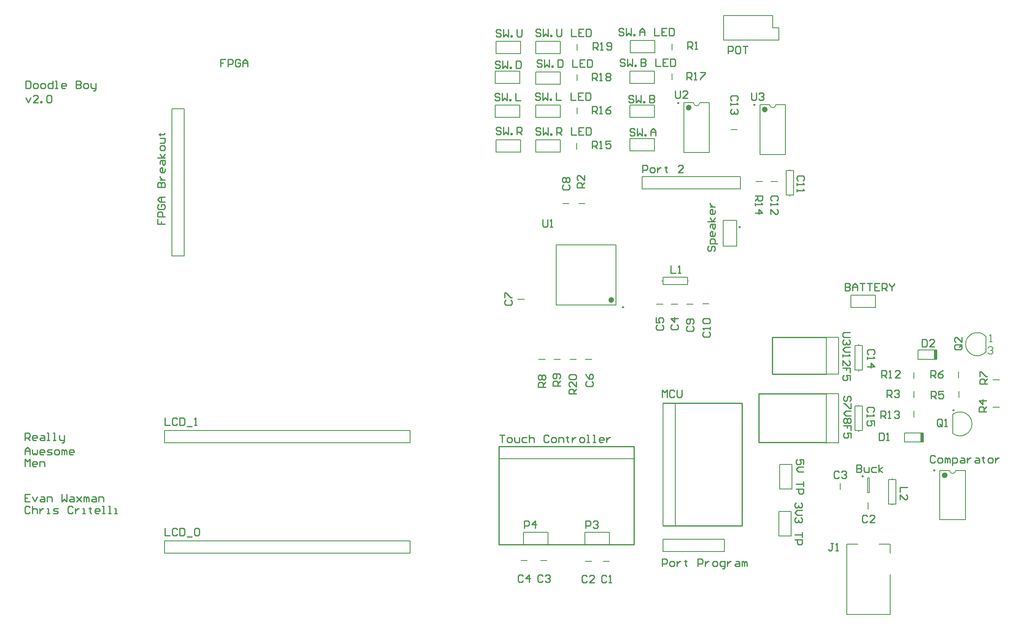
<source format=gto>
G04*
G04 #@! TF.GenerationSoftware,Altium Limited,Altium Designer,18.1.6 (161)*
G04*
G04 Layer_Color=65535*
%FSLAX25Y25*%
%MOIN*%
G70*
G01*
G75*
%ADD10C,0.00984*%
%ADD11C,0.00787*%
%ADD12C,0.02362*%
%ADD13C,0.01000*%
%ADD14C,0.00591*%
%ADD15R,0.03150X0.07480*%
D10*
X836063Y393000D02*
G03*
X836063Y393000I-492J0D01*
G01*
X936268Y189784D02*
G03*
X936268Y189784I-492J0D01*
G01*
X1010177Y243642D02*
G03*
X1010177Y243642I-492J0D01*
G01*
X994492Y194618D02*
G03*
X994492Y194618I-492J0D01*
G01*
X847992Y492618D02*
G03*
X847992Y492618I-492J0D01*
G01*
X785992Y494118D02*
G03*
X785992Y494118I-492J0D01*
G01*
X741012Y327622D02*
G03*
X741012Y327622I-492J0D01*
G01*
D11*
X1036088Y303749D02*
G03*
X1036088Y291251I-7088J-6249D01*
G01*
X1009095Y224705D02*
G03*
X1009095Y240295I5906J7795D01*
G01*
X1006500Y194579D02*
G03*
X1011500Y194579I2500J0D01*
G01*
X860000Y492776D02*
G03*
X865000Y492776I2500J0D01*
G01*
X798000Y494276D02*
G03*
X803000Y494276I2500J0D01*
G01*
X876500Y419000D02*
X879500D01*
Y439000D01*
X873500D02*
X879500D01*
X873500Y419000D02*
Y439000D01*
Y419000D02*
X876500D01*
Y439000D02*
Y439900D01*
Y418100D02*
Y419000D01*
X383000Y369500D02*
Y482000D01*
Y489500D01*
X373000D02*
X383000D01*
X373000Y369500D02*
Y489500D01*
Y369500D02*
X383000D01*
X821988Y377488D02*
Y398512D01*
X833012Y377488D02*
Y398512D01*
X821988Y377488D02*
X833012D01*
X821988Y398512D02*
X833012D01*
X861185Y430063D02*
X866303D01*
X848941Y430000D02*
X854059D01*
X828441Y472500D02*
X833559D01*
X926000Y337500D02*
X946000D01*
X926000Y327500D02*
Y337500D01*
Y327500D02*
X946000D01*
Y337500D01*
X773000Y128500D02*
Y138500D01*
X823000D01*
X773000Y128500D02*
X823000D01*
Y138500D01*
X704441Y412016D02*
X709559D01*
X697441Y285000D02*
X702559D01*
X724441Y120563D02*
X729559D01*
X709941D02*
X715059D01*
X673441Y121000D02*
X678559D01*
X657441Y121063D02*
X662559D01*
X374500Y137000D02*
X567000D01*
X367000D02*
X374500D01*
X367000Y127000D02*
Y137000D01*
Y127000D02*
X567000D01*
Y137000D01*
X374500Y227000D02*
X567000D01*
X367000D02*
X374500D01*
X367000Y217000D02*
Y227000D01*
Y217000D02*
X567000D01*
Y227000D01*
X639500Y204000D02*
Y214000D01*
X749500D01*
Y204000D02*
Y214000D01*
X742000Y204000D02*
X749500D01*
X639500D02*
X742000D01*
X659500Y134000D02*
X679500D01*
Y144000D01*
X659500D02*
X679500D01*
X659500Y134000D02*
Y144000D01*
X709500Y134000D02*
X729500D01*
Y144000D01*
X709500D02*
X729500D01*
X709500Y134000D02*
Y144000D01*
X932500Y276500D02*
X935500D01*
Y296500D01*
X929500D02*
X935500D01*
X929500Y276500D02*
Y296500D01*
Y276500D02*
X932500D01*
Y296500D02*
Y297400D01*
Y275600D02*
Y276500D01*
Y227000D02*
X935500D01*
Y247000D01*
X929500D02*
X935500D01*
X929500Y227000D02*
Y247000D01*
Y227000D02*
X932500D01*
Y247000D02*
Y247900D01*
Y226100D02*
Y227000D01*
X906000Y217000D02*
X916000D01*
X906000D02*
Y257000D01*
X916000Y217000D02*
Y257000D01*
X906000D02*
X916000D01*
X906000Y303000D02*
X916000D01*
Y273000D02*
Y303000D01*
X906000Y273000D02*
X916000D01*
X906000D02*
Y303000D01*
X941091Y176398D02*
Y188602D01*
X939909Y176398D02*
Y188602D01*
Y176398D02*
X941091D01*
X939909Y188602D02*
X941091D01*
X756000Y424000D02*
Y434000D01*
X836000D01*
Y424000D02*
Y434000D01*
X756000Y424000D02*
X836000D01*
X980823Y285260D02*
X996177D01*
X980823Y292740D02*
X996177D01*
X980823Y285260D02*
Y292740D01*
X671941Y285000D02*
X677059D01*
X969823Y217760D02*
X985177D01*
X969823Y225240D02*
X985177D01*
X969823Y217760D02*
Y225240D01*
X922783Y134543D02*
X931839D01*
X922783Y77063D02*
Y134543D01*
Y77063D02*
X958216D01*
X949161Y134543D02*
X958216D01*
Y127063D02*
Y134543D01*
Y77063D02*
Y109740D01*
X1036087Y291252D02*
Y303748D01*
X977563Y237941D02*
Y243059D01*
X977500Y253941D02*
Y259059D01*
Y269441D02*
Y274559D01*
X1009094Y224705D02*
Y240295D01*
X1014000Y253941D02*
Y259059D01*
X1041941Y268500D02*
X1047059D01*
X1041941Y246063D02*
X1047059D01*
X940287Y163181D02*
Y168299D01*
X684441Y285000D02*
X689559D01*
X1013937Y269941D02*
Y275059D01*
X998567Y154421D02*
Y194579D01*
X1019433Y154421D02*
Y194579D01*
X998567D02*
X1006500D01*
X1011500D02*
X1019433D01*
X998567Y154421D02*
X1019433D01*
X917500Y178941D02*
Y184059D01*
X793000Y349000D02*
X793900D01*
X772100D02*
X773000D01*
X793000Y346000D02*
Y349000D01*
X773000Y346000D02*
X793000D01*
X773000D02*
Y352000D01*
X793000D01*
Y349000D02*
Y352000D01*
X959724Y167240D02*
X962724D01*
Y187240D01*
X956724D02*
X962724D01*
X956724Y167240D02*
Y187240D01*
Y167240D02*
X959724D01*
Y187240D02*
Y188140D01*
Y166340D02*
Y167240D01*
X868000Y179500D02*
Y199500D01*
Y179500D02*
X878000D01*
Y199500D01*
X868000D02*
X878000D01*
X867500Y141000D02*
Y161000D01*
Y141000D02*
X877500D01*
Y161000D01*
X867500D02*
X877500D01*
X822500Y565500D02*
X862500D01*
Y555500D02*
Y565500D01*
Y555500D02*
X867500D01*
Y545500D02*
Y555500D01*
X822500Y545500D02*
X867500D01*
X822500D02*
Y565500D01*
X780437Y512941D02*
Y518059D01*
X780563Y537441D02*
Y542559D01*
X703063Y512441D02*
Y517559D01*
X702937Y456441D02*
Y461559D01*
X703000Y485323D02*
Y490441D01*
X746000Y510000D02*
X766000D01*
Y520000D01*
X746000D02*
X766000D01*
X746000Y510000D02*
Y520000D01*
X746500Y535000D02*
X766500D01*
Y545000D01*
X746500D02*
X766500D01*
X746500Y535000D02*
Y545000D01*
X669500Y454000D02*
X689500D01*
Y464000D01*
X669500D02*
X689500D01*
X669500Y454000D02*
Y464000D01*
X773000Y149500D02*
X783000D01*
X773000D02*
Y249500D01*
X783000D01*
Y242000D02*
Y249500D01*
Y149500D02*
Y242000D01*
X669500Y482500D02*
X689500D01*
Y492500D01*
X669500D02*
X689500D01*
X669500Y482500D02*
Y492500D01*
X703063Y536941D02*
Y542059D01*
X669500Y509500D02*
X689500D01*
Y519500D01*
X669500D02*
X689500D01*
X669500Y509500D02*
Y519500D01*
Y534500D02*
X689500D01*
Y544500D01*
X669500D02*
X689500D01*
X669500Y534500D02*
Y544500D01*
X746000Y455000D02*
X766000D01*
Y465000D01*
X746000D02*
X766000D01*
X746000Y455000D02*
Y465000D01*
Y482500D02*
X766000D01*
Y492500D01*
X746000D02*
X766000D01*
X746000Y482500D02*
Y492500D01*
X636500Y482500D02*
X656500D01*
Y492500D01*
X636500D02*
X656500D01*
X636500Y482500D02*
Y492500D01*
Y510000D02*
X656500D01*
Y520000D01*
X636500D02*
X656500D01*
X636500Y510000D02*
Y520000D01*
X637000Y454000D02*
X657000D01*
Y464000D01*
X637000D02*
X657000D01*
X637000Y454000D02*
Y464000D01*
Y534500D02*
X657000D01*
Y544500D01*
X637000D02*
X657000D01*
X637000Y534500D02*
Y544500D01*
X805441Y330437D02*
X810559D01*
X792441Y330063D02*
X797559D01*
X709941Y285000D02*
X715059D01*
X654941Y334000D02*
X660059D01*
X691441Y412079D02*
X696559D01*
X779941Y330000D02*
X785059D01*
X767941D02*
X773059D01*
X852067Y452224D02*
X872933D01*
X865000Y492776D02*
X872933D01*
X852067D02*
X860000D01*
X872933Y452224D02*
Y492776D01*
X852067Y452224D02*
Y492776D01*
X790067Y453724D02*
X810933D01*
X803000Y494276D02*
X810933D01*
X790067D02*
X798000D01*
X810933Y453724D02*
Y494276D01*
X790067Y453724D02*
Y494276D01*
X734909Y329590D02*
Y378409D01*
X686090Y329590D02*
Y378409D01*
Y329590D02*
X734909D01*
X686090Y378409D02*
X734909D01*
D12*
X1003685Y190642D02*
G03*
X1003685Y190642I-1181J0D01*
G01*
X857185Y488839D02*
G03*
X857185Y488839I-1181J0D01*
G01*
X795185Y490339D02*
G03*
X795185Y490339I-1181J0D01*
G01*
X732154Y333528D02*
G03*
X732154Y333528I-1181J0D01*
G01*
D13*
X862000Y273000D02*
X906000D01*
X862000D02*
Y303000D01*
X906000D01*
X905500Y217500D02*
X906000Y217000D01*
X851000Y217500D02*
X905500D01*
X851000D02*
Y257000D01*
X906000D01*
X639500Y134000D02*
Y214000D01*
X749500Y134000D02*
Y214000D01*
X639500Y134000D02*
X749500D01*
X639500Y214000D02*
X749500D01*
X773000Y249500D02*
X837500D01*
Y247500D02*
Y249500D01*
Y149500D02*
Y247500D01*
X773000Y149500D02*
X837500D01*
X254000Y512095D02*
Y506097D01*
X256999D01*
X257999Y507097D01*
Y511095D01*
X256999Y512095D01*
X254000D01*
X260998Y506097D02*
X262997D01*
X263997Y507097D01*
Y509096D01*
X262997Y510096D01*
X260998D01*
X259998Y509096D01*
Y507097D01*
X260998Y506097D01*
X266996D02*
X268995D01*
X269995Y507097D01*
Y509096D01*
X268995Y510096D01*
X266996D01*
X265996Y509096D01*
Y507097D01*
X266996Y506097D01*
X275993Y512095D02*
Y506097D01*
X272994D01*
X271994Y507097D01*
Y509096D01*
X272994Y510096D01*
X275993D01*
X277992Y506097D02*
X279992D01*
X278992D01*
Y512095D01*
X277992D01*
X285990Y506097D02*
X283990D01*
X282991Y507097D01*
Y509096D01*
X283990Y510096D01*
X285990D01*
X286989Y509096D01*
Y508096D01*
X282991D01*
X294987Y512095D02*
Y506097D01*
X297986D01*
X298985Y507097D01*
Y508096D01*
X297986Y509096D01*
X294987D01*
X297986D01*
X298985Y510096D01*
Y511095D01*
X297986Y512095D01*
X294987D01*
X301985Y506097D02*
X303984D01*
X304983Y507097D01*
Y509096D01*
X303984Y510096D01*
X301985D01*
X300985Y509096D01*
Y507097D01*
X301985Y506097D01*
X306983Y510096D02*
Y507097D01*
X307982Y506097D01*
X310982D01*
Y505097D01*
X309982Y504098D01*
X308982D01*
X310982Y506097D02*
Y510096D01*
X254000Y498499D02*
X255999Y494500D01*
X257999Y498499D01*
X263997Y494500D02*
X259998D01*
X263997Y498499D01*
Y499498D01*
X262997Y500498D01*
X260998D01*
X259998Y499498D01*
X265996Y494500D02*
Y495500D01*
X266996D01*
Y494500D01*
X265996D01*
X270994Y499498D02*
X271994Y500498D01*
X273993D01*
X274993Y499498D01*
Y495500D01*
X273993Y494500D01*
X271994D01*
X270994Y495500D01*
Y499498D01*
X253500Y219085D02*
Y225083D01*
X256499D01*
X257499Y224084D01*
Y222084D01*
X256499Y221085D01*
X253500D01*
X255499D02*
X257499Y219085D01*
X262497D02*
X260498D01*
X259498Y220085D01*
Y222084D01*
X260498Y223084D01*
X262497D01*
X263497Y222084D01*
Y221085D01*
X259498D01*
X266496Y223084D02*
X268495D01*
X269495Y222084D01*
Y219085D01*
X266496D01*
X265496Y220085D01*
X266496Y221085D01*
X269495D01*
X271494Y219085D02*
X273494D01*
X272494D01*
Y225083D01*
X271494D01*
X276493Y219085D02*
X278492D01*
X277492D01*
Y225083D01*
X276493D01*
X281491Y223084D02*
Y220085D01*
X282491Y219085D01*
X285490D01*
Y218086D01*
X284490Y217086D01*
X283490D01*
X285490Y219085D02*
Y223084D01*
X253500Y207488D02*
Y211487D01*
X255499Y213486D01*
X257499Y211487D01*
Y207488D01*
Y210487D01*
X253500D01*
X259498Y211487D02*
Y208488D01*
X260498Y207488D01*
X261497Y208488D01*
X262497Y207488D01*
X263497Y208488D01*
Y211487D01*
X268495Y207488D02*
X266496D01*
X265496Y208488D01*
Y210487D01*
X266496Y211487D01*
X268495D01*
X269495Y210487D01*
Y209488D01*
X265496D01*
X271494Y207488D02*
X274493D01*
X275493Y208488D01*
X274493Y209488D01*
X272494D01*
X271494Y210487D01*
X272494Y211487D01*
X275493D01*
X278492Y207488D02*
X280491D01*
X281491Y208488D01*
Y210487D01*
X280491Y211487D01*
X278492D01*
X277492Y210487D01*
Y208488D01*
X278492Y207488D01*
X283490D02*
Y211487D01*
X284490D01*
X285490Y210487D01*
Y207488D01*
Y210487D01*
X286489Y211487D01*
X287489Y210487D01*
Y207488D01*
X292487D02*
X290488D01*
X289488Y208488D01*
Y210487D01*
X290488Y211487D01*
X292487D01*
X293487Y210487D01*
Y209488D01*
X289488D01*
X253500Y197891D02*
Y203889D01*
X255499Y201889D01*
X257499Y203889D01*
Y197891D01*
X262497D02*
X260498D01*
X259498Y198890D01*
Y200890D01*
X260498Y201889D01*
X262497D01*
X263497Y200890D01*
Y199890D01*
X259498D01*
X265496Y197891D02*
Y201889D01*
X268495D01*
X269495Y200890D01*
Y197891D01*
X257499Y175096D02*
X253500D01*
Y169098D01*
X257499D01*
X253500Y172097D02*
X255499D01*
X259498Y173096D02*
X261497Y169098D01*
X263497Y173096D01*
X266496D02*
X268495D01*
X269495Y172097D01*
Y169098D01*
X266496D01*
X265496Y170097D01*
X266496Y171097D01*
X269495D01*
X271494Y169098D02*
Y173096D01*
X274493D01*
X275493Y172097D01*
Y169098D01*
X283490Y175096D02*
Y169098D01*
X285490Y171097D01*
X287489Y169098D01*
Y175096D01*
X290488Y173096D02*
X292487D01*
X293487Y172097D01*
Y169098D01*
X290488D01*
X289488Y170097D01*
X290488Y171097D01*
X293487D01*
X295486Y173096D02*
X299485Y169098D01*
X297486Y171097D01*
X299485Y173096D01*
X295486Y169098D01*
X301484D02*
Y173096D01*
X302484D01*
X303484Y172097D01*
Y169098D01*
Y172097D01*
X304484Y173096D01*
X305483Y172097D01*
Y169098D01*
X308482Y173096D02*
X310482D01*
X311481Y172097D01*
Y169098D01*
X308482D01*
X307483Y170097D01*
X308482Y171097D01*
X311481D01*
X313481Y169098D02*
Y173096D01*
X316480D01*
X317479Y172097D01*
Y169098D01*
X257499Y164498D02*
X256499Y165498D01*
X254500D01*
X253500Y164498D01*
Y160500D01*
X254500Y159500D01*
X256499D01*
X257499Y160500D01*
X259498Y165498D02*
Y159500D01*
Y162499D01*
X260498Y163499D01*
X262497D01*
X263497Y162499D01*
Y159500D01*
X265496Y163499D02*
Y159500D01*
Y161499D01*
X266496Y162499D01*
X267495Y163499D01*
X268495D01*
X271494Y159500D02*
X273494D01*
X272494D01*
Y163499D01*
X271494D01*
X276493Y159500D02*
X279492D01*
X280491Y160500D01*
X279492Y161499D01*
X277492D01*
X276493Y162499D01*
X277492Y163499D01*
X280491D01*
X292487Y164498D02*
X291488Y165498D01*
X289488D01*
X288489Y164498D01*
Y160500D01*
X289488Y159500D01*
X291488D01*
X292487Y160500D01*
X294487Y163499D02*
Y159500D01*
Y161499D01*
X295486Y162499D01*
X296486Y163499D01*
X297486D01*
X300485Y159500D02*
X302484D01*
X301484D01*
Y163499D01*
X300485D01*
X306483Y164498D02*
Y163499D01*
X305483D01*
X307483D01*
X306483D01*
Y160500D01*
X307483Y159500D01*
X313481D02*
X311481D01*
X310482Y160500D01*
Y162499D01*
X311481Y163499D01*
X313481D01*
X314480Y162499D01*
Y161499D01*
X310482D01*
X316480Y159500D02*
X318479D01*
X317479D01*
Y165498D01*
X316480D01*
X321478Y159500D02*
X323477D01*
X322478D01*
Y165498D01*
X321478D01*
X326476Y159500D02*
X328476D01*
X327476D01*
Y163499D01*
X326476D01*
X361502Y399499D02*
Y395500D01*
X364501D01*
Y397499D01*
Y395500D01*
X367500D01*
Y401498D02*
X361502D01*
Y404497D01*
X362502Y405497D01*
X364501D01*
X365501Y404497D01*
Y401498D01*
X362502Y411495D02*
X361502Y410495D01*
Y408496D01*
X362502Y407496D01*
X366500D01*
X367500Y408496D01*
Y410495D01*
X366500Y411495D01*
X364501D01*
Y409495D01*
X367500Y413494D02*
X363501D01*
X361502Y415493D01*
X363501Y417493D01*
X367500D01*
X364501D01*
Y413494D01*
X361502Y425490D02*
X367500D01*
Y428489D01*
X366500Y429489D01*
X365501D01*
X364501Y428489D01*
Y425490D01*
Y428489D01*
X363501Y429489D01*
X362502D01*
X361502Y428489D01*
Y425490D01*
X363501Y431488D02*
X367500D01*
X365501D01*
X364501Y432488D01*
X363501Y433488D01*
Y434487D01*
X367500Y440485D02*
Y438486D01*
X366500Y437486D01*
X364501D01*
X363501Y438486D01*
Y440485D01*
X364501Y441485D01*
X365501D01*
Y437486D01*
X363501Y444484D02*
Y446484D01*
X364501Y447483D01*
X367500D01*
Y444484D01*
X366500Y443484D01*
X365501Y444484D01*
Y447483D01*
X367500Y449482D02*
X361502D01*
X365501D02*
X363501Y452482D01*
X365501Y449482D02*
X367500Y452482D01*
Y456480D02*
Y458480D01*
X366500Y459479D01*
X364501D01*
X363501Y458480D01*
Y456480D01*
X364501Y455481D01*
X366500D01*
X367500Y456480D01*
X363501Y461479D02*
X366500D01*
X367500Y462478D01*
Y465477D01*
X363501D01*
X362502Y468476D02*
X363501D01*
Y467477D01*
Y469476D01*
Y468476D01*
X366500D01*
X367500Y469476D01*
X756600Y437400D02*
Y443398D01*
X759599D01*
X760599Y442398D01*
Y440399D01*
X759599Y439399D01*
X756600D01*
X763598Y437400D02*
X765597D01*
X766597Y438400D01*
Y440399D01*
X765597Y441399D01*
X763598D01*
X762598Y440399D01*
Y438400D01*
X763598Y437400D01*
X768596Y441399D02*
Y437400D01*
Y439399D01*
X769596Y440399D01*
X770596Y441399D01*
X771595D01*
X775594Y442398D02*
Y441399D01*
X774594D01*
X776593D01*
X775594D01*
Y438400D01*
X776593Y437400D01*
X789589D02*
X785591D01*
X789589Y441399D01*
Y442398D01*
X788590Y443398D01*
X786590D01*
X785591Y442398D01*
X944498Y289001D02*
X945498Y290001D01*
Y292000D01*
X944498Y293000D01*
X940500D01*
X939500Y292000D01*
Y290001D01*
X940500Y289001D01*
X939500Y287002D02*
Y285003D01*
Y286002D01*
X945498D01*
X944498Y287002D01*
X939500Y279005D02*
X945498D01*
X942499Y282004D01*
Y278005D01*
X943998Y242001D02*
X944998Y243001D01*
Y245000D01*
X943998Y246000D01*
X940000D01*
X939000Y245000D01*
Y243001D01*
X940000Y242001D01*
X939000Y240002D02*
Y238003D01*
Y239002D01*
X944998D01*
X943998Y240002D01*
X944998Y231005D02*
Y235004D01*
X941999D01*
X942999Y233004D01*
Y232004D01*
X941999Y231005D01*
X940000D01*
X939000Y232004D01*
Y234004D01*
X940000Y235004D01*
X925498Y307000D02*
X920500D01*
X919500Y306000D01*
Y304001D01*
X920500Y303001D01*
X925498D01*
X924498Y301002D02*
X925498Y300002D01*
Y298003D01*
X924498Y297003D01*
X923499D01*
X922499Y298003D01*
Y299003D01*
Y298003D01*
X921499Y297003D01*
X920500D01*
X919500Y298003D01*
Y300002D01*
X920500Y301002D01*
X925498Y295004D02*
X921499D01*
X919500Y293004D01*
X921499Y291005D01*
X925498D01*
X919500Y289006D02*
Y287006D01*
Y288006D01*
X925498D01*
X924498Y289006D01*
X919500Y280009D02*
Y284007D01*
X923499Y280009D01*
X924498D01*
X925498Y281008D01*
Y283008D01*
X924498Y284007D01*
X925498Y274011D02*
Y278009D01*
X922499D01*
Y276010D01*
Y278009D01*
X919500D01*
X925498Y268013D02*
Y272011D01*
X922499D01*
X923499Y270012D01*
Y269012D01*
X922499Y268013D01*
X920500D01*
X919500Y269012D01*
Y271012D01*
X920500Y272011D01*
X925164Y251001D02*
X926163Y252001D01*
Y254000D01*
X925164Y255000D01*
X924164D01*
X923164Y254000D01*
Y252001D01*
X922165Y251001D01*
X921165D01*
X920165Y252001D01*
Y254000D01*
X921165Y255000D01*
X926163Y249002D02*
Y245003D01*
X925164D01*
X921165Y249002D01*
X920165D01*
X926163Y243004D02*
X922165D01*
X920165Y241004D01*
X922165Y239005D01*
X926163D01*
X925164Y237006D02*
X926163Y236006D01*
Y234007D01*
X925164Y233007D01*
X924164D01*
X923164Y234007D01*
X922165Y233007D01*
X921165D01*
X920165Y234007D01*
Y236006D01*
X921165Y237006D01*
X922165D01*
X923164Y236006D01*
X924164Y237006D01*
X925164D01*
X923164Y236006D02*
Y234007D01*
X926163Y227009D02*
Y231008D01*
X923164D01*
Y229008D01*
Y231008D01*
X920165D01*
X926163Y221011D02*
Y225010D01*
X923164D01*
X924164Y223010D01*
Y222011D01*
X923164Y221011D01*
X921165D01*
X920165Y222011D01*
Y224010D01*
X921165Y225010D01*
X930724Y199238D02*
Y193240D01*
X933723D01*
X934723Y194240D01*
Y195239D01*
X933723Y196239D01*
X930724D01*
X933723D01*
X934723Y197239D01*
Y198239D01*
X933723Y199238D01*
X930724D01*
X936722Y197239D02*
Y194240D01*
X937722Y193240D01*
X940721D01*
Y197239D01*
X946719D02*
X943720D01*
X942721Y196239D01*
Y194240D01*
X943720Y193240D01*
X946719D01*
X948719D02*
Y199238D01*
Y195239D02*
X951718Y197239D01*
X948719Y195239D02*
X951718Y193240D01*
X702500Y256937D02*
X696502D01*
Y259936D01*
X697502Y260936D01*
X699501D01*
X700501Y259936D01*
Y256937D01*
Y258936D02*
X702500Y260936D01*
Y266934D02*
Y262935D01*
X698501Y266934D01*
X697502D01*
X696502Y265934D01*
Y263935D01*
X697502Y262935D01*
Y268933D02*
X696502Y269933D01*
Y271932D01*
X697502Y272932D01*
X701500D01*
X702500Y271932D01*
Y269933D01*
X701500Y268933D01*
X697502D01*
X416751Y529790D02*
X412752D01*
Y526791D01*
X414751D01*
X412752D01*
Y523792D01*
X418750D02*
Y529790D01*
X421749D01*
X422749Y528791D01*
Y526791D01*
X421749Y525792D01*
X418750D01*
X428747Y528791D02*
X427747Y529790D01*
X425748D01*
X424748Y528791D01*
Y524792D01*
X425748Y523792D01*
X427747D01*
X428747Y524792D01*
Y526791D01*
X426748D01*
X430746Y523792D02*
Y527791D01*
X432746Y529790D01*
X434745Y527791D01*
Y523792D01*
Y526791D01*
X430746D01*
X640999Y552998D02*
X639999Y553998D01*
X638000D01*
X637000Y552998D01*
Y551999D01*
X638000Y550999D01*
X639999D01*
X640999Y549999D01*
Y549000D01*
X639999Y548000D01*
X638000D01*
X637000Y549000D01*
X642998Y553998D02*
Y548000D01*
X644997Y549999D01*
X646997Y548000D01*
Y553998D01*
X648996Y548000D02*
Y549000D01*
X649996D01*
Y548000D01*
X648996D01*
X653995Y553998D02*
Y549000D01*
X654994Y548000D01*
X656993D01*
X657993Y549000D01*
Y553998D01*
X673499Y553498D02*
X672499Y554498D01*
X670500D01*
X669500Y553498D01*
Y552499D01*
X670500Y551499D01*
X672499D01*
X673499Y550499D01*
Y549500D01*
X672499Y548500D01*
X670500D01*
X669500Y549500D01*
X675498Y554498D02*
Y548500D01*
X677497Y550499D01*
X679497Y548500D01*
Y554498D01*
X681496Y548500D02*
Y549500D01*
X682496D01*
Y548500D01*
X681496D01*
X686494Y554498D02*
Y549500D01*
X687494Y548500D01*
X689494D01*
X690493Y549500D01*
Y554498D01*
X698491D02*
Y548500D01*
X702489D01*
X708487Y554498D02*
X704489D01*
Y548500D01*
X708487D01*
X704489Y551499D02*
X706488D01*
X710487Y554498D02*
Y548500D01*
X713486D01*
X714486Y549500D01*
Y553498D01*
X713486Y554498D01*
X710487D01*
X640999Y473498D02*
X639999Y474498D01*
X638000D01*
X637000Y473498D01*
Y472499D01*
X638000Y471499D01*
X639999D01*
X640999Y470499D01*
Y469500D01*
X639999Y468500D01*
X638000D01*
X637000Y469500D01*
X642998Y474498D02*
Y468500D01*
X644997Y470499D01*
X646997Y468500D01*
Y474498D01*
X648996Y468500D02*
Y469500D01*
X649996D01*
Y468500D01*
X648996D01*
X653995D02*
Y474498D01*
X656993D01*
X657993Y473498D01*
Y471499D01*
X656993Y470499D01*
X653995D01*
X655994D02*
X657993Y468500D01*
X673499Y472998D02*
X672499Y473998D01*
X670500D01*
X669500Y472998D01*
Y471999D01*
X670500Y470999D01*
X672499D01*
X673499Y469999D01*
Y469000D01*
X672499Y468000D01*
X670500D01*
X669500Y469000D01*
X675498Y473998D02*
Y468000D01*
X677497Y469999D01*
X679497Y468000D01*
Y473998D01*
X681496Y468000D02*
Y469000D01*
X682496D01*
Y468000D01*
X681496D01*
X686494D02*
Y473998D01*
X689494D01*
X690493Y472998D01*
Y470999D01*
X689494Y469999D01*
X686494D01*
X688494D02*
X690493Y468000D01*
X698491Y473998D02*
Y468000D01*
X702489D01*
X708487Y473998D02*
X704489D01*
Y468000D01*
X708487D01*
X704489Y470999D02*
X706488D01*
X710487Y473998D02*
Y468000D01*
X713486D01*
X714486Y469000D01*
Y472998D01*
X713486Y473998D01*
X710487D01*
X639999Y500998D02*
X638999Y501998D01*
X637000D01*
X636000Y500998D01*
Y499999D01*
X637000Y498999D01*
X638999D01*
X639999Y497999D01*
Y497000D01*
X638999Y496000D01*
X637000D01*
X636000Y497000D01*
X641998Y501998D02*
Y496000D01*
X643997Y497999D01*
X645997Y496000D01*
Y501998D01*
X647996Y496000D02*
Y497000D01*
X648996D01*
Y496000D01*
X647996D01*
X652994Y501998D02*
Y496000D01*
X656993D01*
X672999Y501498D02*
X671999Y502498D01*
X670000D01*
X669000Y501498D01*
Y500499D01*
X670000Y499499D01*
X671999D01*
X672999Y498499D01*
Y497500D01*
X671999Y496500D01*
X670000D01*
X669000Y497500D01*
X674998Y502498D02*
Y496500D01*
X676997Y498499D01*
X678997Y496500D01*
Y502498D01*
X680996Y496500D02*
Y497500D01*
X681996D01*
Y496500D01*
X680996D01*
X685994Y502498D02*
Y496500D01*
X689993D01*
X697991Y502498D02*
Y496500D01*
X701989D01*
X707987Y502498D02*
X703989D01*
Y496500D01*
X707987D01*
X703989Y499499D02*
X705988D01*
X709987Y502498D02*
Y496500D01*
X712986D01*
X713985Y497500D01*
Y501498D01*
X712986Y502498D01*
X709987D01*
X640499Y527498D02*
X639499Y528498D01*
X637500D01*
X636500Y527498D01*
Y526499D01*
X637500Y525499D01*
X639499D01*
X640499Y524499D01*
Y523500D01*
X639499Y522500D01*
X637500D01*
X636500Y523500D01*
X642498Y528498D02*
Y522500D01*
X644497Y524499D01*
X646497Y522500D01*
Y528498D01*
X648496Y522500D02*
Y523500D01*
X649496D01*
Y522500D01*
X648496D01*
X653495Y528498D02*
Y522500D01*
X656494D01*
X657493Y523500D01*
Y527498D01*
X656494Y528498D01*
X653495D01*
X674499Y528498D02*
X673499Y529498D01*
X671500D01*
X670500Y528498D01*
Y527499D01*
X671500Y526499D01*
X673499D01*
X674499Y525499D01*
Y524500D01*
X673499Y523500D01*
X671500D01*
X670500Y524500D01*
X676498Y529498D02*
Y523500D01*
X678497Y525499D01*
X680497Y523500D01*
Y529498D01*
X682496Y523500D02*
Y524500D01*
X683496D01*
Y523500D01*
X682496D01*
X687495Y529498D02*
Y523500D01*
X690493D01*
X691493Y524500D01*
Y528498D01*
X690493Y529498D01*
X687495D01*
X699491D02*
Y523500D01*
X703489D01*
X709487Y529498D02*
X705489D01*
Y523500D01*
X709487D01*
X705489Y526499D02*
X707488D01*
X711487Y529498D02*
Y523500D01*
X714486D01*
X715485Y524500D01*
Y528498D01*
X714486Y529498D01*
X711487D01*
X748999Y499498D02*
X747999Y500498D01*
X746000D01*
X745000Y499498D01*
Y498499D01*
X746000Y497499D01*
X747999D01*
X748999Y496499D01*
Y495500D01*
X747999Y494500D01*
X746000D01*
X745000Y495500D01*
X750998Y500498D02*
Y494500D01*
X752997Y496499D01*
X754997Y494500D01*
Y500498D01*
X756996Y494500D02*
Y495500D01*
X757996D01*
Y494500D01*
X756996D01*
X761995Y500498D02*
Y494500D01*
X764993D01*
X765993Y495500D01*
Y496499D01*
X764993Y497499D01*
X761995D01*
X764993D01*
X765993Y498499D01*
Y499498D01*
X764993Y500498D01*
X761995D01*
X741999Y528998D02*
X740999Y529998D01*
X739000D01*
X738000Y528998D01*
Y527999D01*
X739000Y526999D01*
X740999D01*
X741999Y525999D01*
Y525000D01*
X740999Y524000D01*
X739000D01*
X738000Y525000D01*
X743998Y529998D02*
Y524000D01*
X745997Y525999D01*
X747997Y524000D01*
Y529998D01*
X749996Y524000D02*
Y525000D01*
X750996D01*
Y524000D01*
X749996D01*
X754994Y529998D02*
Y524000D01*
X757994D01*
X758993Y525000D01*
Y525999D01*
X757994Y526999D01*
X754994D01*
X757994D01*
X758993Y527999D01*
Y528998D01*
X757994Y529998D01*
X754994D01*
X766991D02*
Y524000D01*
X770989D01*
X776987Y529998D02*
X772989D01*
Y524000D01*
X776987D01*
X772989Y526999D02*
X774988D01*
X778987Y529998D02*
Y524000D01*
X781986D01*
X782985Y525000D01*
Y528998D01*
X781986Y529998D01*
X778987D01*
X749999Y472498D02*
X748999Y473498D01*
X747000D01*
X746000Y472498D01*
Y471499D01*
X747000Y470499D01*
X748999D01*
X749999Y469499D01*
Y468500D01*
X748999Y467500D01*
X747000D01*
X746000Y468500D01*
X751998Y473498D02*
Y467500D01*
X753997Y469499D01*
X755997Y467500D01*
Y473498D01*
X757996Y467500D02*
Y468500D01*
X758996D01*
Y467500D01*
X757996D01*
X762994D02*
Y471499D01*
X764994Y473498D01*
X766993Y471499D01*
Y467500D01*
Y470499D01*
X762994D01*
X740999Y553998D02*
X739999Y554998D01*
X738000D01*
X737000Y553998D01*
Y552999D01*
X738000Y551999D01*
X739999D01*
X740999Y550999D01*
Y550000D01*
X739999Y549000D01*
X738000D01*
X737000Y550000D01*
X742998Y554998D02*
Y549000D01*
X744997Y550999D01*
X746997Y549000D01*
Y554998D01*
X748996Y549000D02*
Y550000D01*
X749996D01*
Y549000D01*
X748996D01*
X753995D02*
Y552999D01*
X755994Y554998D01*
X757993Y552999D01*
Y549000D01*
Y551999D01*
X753995D01*
X765991Y554998D02*
Y549000D01*
X769989D01*
X775987Y554998D02*
X771989D01*
Y549000D01*
X775987D01*
X771989Y551999D02*
X773988D01*
X777987Y554998D02*
Y549000D01*
X780986D01*
X781986Y550000D01*
Y553998D01*
X780986Y554998D01*
X777987D01*
X716126Y537500D02*
Y543498D01*
X719125D01*
X720125Y542498D01*
Y540499D01*
X719125Y539499D01*
X716126D01*
X718125D02*
X720125Y537500D01*
X722124D02*
X724123D01*
X723124D01*
Y543498D01*
X722124Y542498D01*
X727122Y538500D02*
X728122Y537500D01*
X730122D01*
X731121Y538500D01*
Y542498D01*
X730122Y543498D01*
X728122D01*
X727122Y542498D01*
Y541499D01*
X728122Y540499D01*
X731121D01*
X715563Y512500D02*
Y518498D01*
X718562D01*
X719562Y517498D01*
Y515499D01*
X718562Y514499D01*
X715563D01*
X717562D02*
X719562Y512500D01*
X721561D02*
X723560D01*
X722561D01*
Y518498D01*
X721561Y517498D01*
X726559D02*
X727559Y518498D01*
X729559D01*
X730558Y517498D01*
Y516499D01*
X729559Y515499D01*
X730558Y514499D01*
Y513500D01*
X729559Y512500D01*
X727559D01*
X726559Y513500D01*
Y514499D01*
X727559Y515499D01*
X726559Y516499D01*
Y517498D01*
X727559Y515499D02*
X729559D01*
X792500Y513000D02*
Y518998D01*
X795499D01*
X796499Y517998D01*
Y515999D01*
X795499Y514999D01*
X792500D01*
X794499D02*
X796499Y513000D01*
X798498D02*
X800497D01*
X799498D01*
Y518998D01*
X798498Y517998D01*
X803496Y518998D02*
X807495D01*
Y517998D01*
X803496Y514000D01*
Y513000D01*
X715500Y485382D02*
Y491380D01*
X718499D01*
X719499Y490380D01*
Y488381D01*
X718499Y487381D01*
X715500D01*
X717499D02*
X719499Y485382D01*
X721498D02*
X723497D01*
X722498D01*
Y491380D01*
X721498Y490380D01*
X730495Y491380D02*
X728496Y490380D01*
X726496Y488381D01*
Y486381D01*
X727496Y485382D01*
X729495D01*
X730495Y486381D01*
Y487381D01*
X729495Y488381D01*
X726496D01*
X715437Y457000D02*
Y462998D01*
X718436D01*
X719436Y461998D01*
Y459999D01*
X718436Y458999D01*
X715437D01*
X717436D02*
X719436Y457000D01*
X721435D02*
X723434D01*
X722435D01*
Y462998D01*
X721435Y461998D01*
X730432Y462998D02*
X726433D01*
Y459999D01*
X728433Y460999D01*
X729432D01*
X730432Y459999D01*
Y458000D01*
X729432Y457000D01*
X727433D01*
X726433Y458000D01*
X793063Y538000D02*
Y543998D01*
X796062D01*
X797062Y542998D01*
Y540999D01*
X796062Y539999D01*
X793063D01*
X795062D02*
X797062Y538000D01*
X799061D02*
X801060D01*
X800061D01*
Y543998D01*
X799061Y542998D01*
X972223Y180740D02*
X966224D01*
Y176742D01*
Y170743D02*
Y174742D01*
X970223Y170743D01*
X971223D01*
X972223Y171743D01*
Y173742D01*
X971223Y174742D01*
X832998Y496198D02*
X833998Y497198D01*
Y499197D01*
X832998Y500197D01*
X829000D01*
X828000Y499197D01*
Y497198D01*
X829000Y496198D01*
X828000Y494199D02*
Y492200D01*
Y493199D01*
X833998D01*
X832998Y494199D01*
Y489201D02*
X833998Y488201D01*
Y486201D01*
X832998Y485202D01*
X831999D01*
X830999Y486201D01*
Y487201D01*
Y486201D01*
X829999Y485202D01*
X829000D01*
X828000Y486201D01*
Y488201D01*
X829000Y489201D01*
X939349Y157238D02*
X938349Y158238D01*
X936350D01*
X935350Y157238D01*
Y153240D01*
X936350Y152240D01*
X938349D01*
X939349Y153240D01*
X945347Y152240D02*
X941348D01*
X945347Y156239D01*
Y157238D01*
X944347Y158238D01*
X942348D01*
X941348Y157238D01*
X845156Y502598D02*
Y497600D01*
X846155Y496600D01*
X848155D01*
X849154Y497600D01*
Y502598D01*
X851154Y501598D02*
X852153Y502598D01*
X854153D01*
X855153Y501598D01*
Y500599D01*
X854153Y499599D01*
X853153D01*
X854153D01*
X855153Y498599D01*
Y497600D01*
X854153Y496600D01*
X852153D01*
X851154Y497600D01*
X783100Y504098D02*
Y499100D01*
X784100Y498100D01*
X786099D01*
X787099Y499100D01*
Y504098D01*
X793097Y498100D02*
X789098D01*
X793097Y502099D01*
Y503098D01*
X792097Y504098D01*
X790098D01*
X789098Y503098D01*
X848256Y418547D02*
X854254D01*
Y415548D01*
X853254Y414548D01*
X851255D01*
X850255Y415548D01*
Y418547D01*
Y416548D02*
X848256Y414548D01*
Y412549D02*
Y410550D01*
Y411550D01*
X854254D01*
X853254Y412549D01*
X848256Y404552D02*
X854254D01*
X851255Y407551D01*
Y403552D01*
X826000Y534500D02*
Y540498D01*
X828999D01*
X829999Y539498D01*
Y537499D01*
X828999Y536499D01*
X826000D01*
X834997Y540498D02*
X832998D01*
X831998Y539498D01*
Y535500D01*
X832998Y534500D01*
X834997D01*
X835997Y535500D01*
Y539498D01*
X834997Y540498D01*
X837996D02*
X841995D01*
X839995D01*
Y534500D01*
X810387Y377499D02*
X809388Y376499D01*
Y374500D01*
X810387Y373500D01*
X811387D01*
X812387Y374500D01*
Y376499D01*
X813386Y377499D01*
X814386D01*
X815386Y376499D01*
Y374500D01*
X814386Y373500D01*
X817385Y379498D02*
X811387D01*
Y382497D01*
X812387Y383497D01*
X814386D01*
X815386Y382497D01*
Y379498D01*
Y388495D02*
Y386496D01*
X814386Y385496D01*
X812387D01*
X811387Y386496D01*
Y388495D01*
X812387Y389495D01*
X813386D01*
Y385496D01*
X811387Y392494D02*
Y394493D01*
X812387Y395493D01*
X815386D01*
Y392494D01*
X814386Y391494D01*
X813386Y392494D01*
Y395493D01*
X815386Y397492D02*
X809388D01*
X813386D02*
X811387Y400491D01*
X813386Y397492D02*
X815386Y400491D01*
Y406489D02*
Y404490D01*
X814386Y403490D01*
X812387D01*
X811387Y404490D01*
Y406489D01*
X812387Y407489D01*
X813386D01*
Y403490D01*
X811387Y409488D02*
X815386D01*
X813386D01*
X812387Y410488D01*
X811387Y411488D01*
Y412487D01*
X865743Y414501D02*
X866742Y415501D01*
Y417500D01*
X865743Y418500D01*
X861744D01*
X860744Y417500D01*
Y415501D01*
X861744Y414501D01*
X860744Y412502D02*
Y410503D01*
Y411502D01*
X866742D01*
X865743Y412502D01*
X860744Y403505D02*
Y407504D01*
X864743Y403505D01*
X865743D01*
X866742Y404504D01*
Y406504D01*
X865743Y407504D01*
X886998Y430801D02*
X887998Y431801D01*
Y433800D01*
X886998Y434800D01*
X883000D01*
X882000Y433800D01*
Y431801D01*
X883000Y430801D01*
X882000Y428802D02*
Y426803D01*
Y427802D01*
X887998D01*
X886998Y428802D01*
X882000Y423804D02*
Y421804D01*
Y422804D01*
X887998D01*
X886998Y423804D01*
X772500Y116500D02*
Y122498D01*
X775499D01*
X776499Y121498D01*
Y119499D01*
X775499Y118499D01*
X772500D01*
X779498Y116500D02*
X781497D01*
X782497Y117500D01*
Y119499D01*
X781497Y120499D01*
X779498D01*
X778498Y119499D01*
Y117500D01*
X779498Y116500D01*
X784496Y120499D02*
Y116500D01*
Y118499D01*
X785496Y119499D01*
X786495Y120499D01*
X787495D01*
X791494Y121498D02*
Y120499D01*
X790494D01*
X792493D01*
X791494D01*
Y117500D01*
X792493Y116500D01*
X801491D02*
Y122498D01*
X804490D01*
X805489Y121498D01*
Y119499D01*
X804490Y118499D01*
X801491D01*
X807489Y120499D02*
Y116500D01*
Y118499D01*
X808488Y119499D01*
X809488Y120499D01*
X810488D01*
X814486Y116500D02*
X816486D01*
X817486Y117500D01*
Y119499D01*
X816486Y120499D01*
X814486D01*
X813487Y119499D01*
Y117500D01*
X814486Y116500D01*
X821484Y114501D02*
X822484D01*
X823483Y115500D01*
Y120499D01*
X820485D01*
X819485Y119499D01*
Y117500D01*
X820485Y116500D01*
X823483D01*
X825483Y120499D02*
Y116500D01*
Y118499D01*
X826482Y119499D01*
X827482Y120499D01*
X828482D01*
X832481D02*
X834480D01*
X835480Y119499D01*
Y116500D01*
X832481D01*
X831481Y117500D01*
X832481Y118499D01*
X835480D01*
X837479Y116500D02*
Y120499D01*
X838479D01*
X839478Y119499D01*
Y116500D01*
Y119499D01*
X840478Y120499D01*
X841478Y119499D01*
Y116500D01*
X772500Y254000D02*
Y259998D01*
X774499Y257999D01*
X776499Y259998D01*
Y254000D01*
X782497Y258998D02*
X781497Y259998D01*
X779498D01*
X778498Y258998D01*
Y255000D01*
X779498Y254000D01*
X781497D01*
X782497Y255000D01*
X784496Y259998D02*
Y255000D01*
X785496Y254000D01*
X787495D01*
X788495Y255000D01*
Y259998D01*
X675300Y399198D02*
Y394200D01*
X676300Y393200D01*
X678299D01*
X679299Y394200D01*
Y399198D01*
X681298Y393200D02*
X683297D01*
X682298D01*
Y399198D01*
X681298Y398198D01*
X994799Y205698D02*
X993799Y206698D01*
X991800D01*
X990800Y205698D01*
Y201700D01*
X991800Y200700D01*
X993799D01*
X994799Y201700D01*
X997798Y200700D02*
X999797D01*
X1000797Y201700D01*
Y203699D01*
X999797Y204699D01*
X997798D01*
X996798Y203699D01*
Y201700D01*
X997798Y200700D01*
X1002796D02*
Y204699D01*
X1003796D01*
X1004795Y203699D01*
Y200700D01*
Y203699D01*
X1005795Y204699D01*
X1006795Y203699D01*
Y200700D01*
X1008794Y198701D02*
Y204699D01*
X1011793D01*
X1012793Y203699D01*
Y201700D01*
X1011793Y200700D01*
X1008794D01*
X1015792Y204699D02*
X1017791D01*
X1018791Y203699D01*
Y200700D01*
X1015792D01*
X1014792Y201700D01*
X1015792Y202699D01*
X1018791D01*
X1020790Y204699D02*
Y200700D01*
Y202699D01*
X1021790Y203699D01*
X1022790Y204699D01*
X1023789D01*
X1027788D02*
X1029787D01*
X1030787Y203699D01*
Y200700D01*
X1027788D01*
X1026788Y201700D01*
X1027788Y202699D01*
X1030787D01*
X1033786Y205698D02*
Y204699D01*
X1032786D01*
X1034786D01*
X1033786D01*
Y201700D01*
X1034786Y200700D01*
X1038785D02*
X1040784D01*
X1041784Y201700D01*
Y203699D01*
X1040784Y204699D01*
X1038785D01*
X1037785Y203699D01*
Y201700D01*
X1038785Y200700D01*
X1043783Y204699D02*
Y200700D01*
Y202699D01*
X1044783Y203699D01*
X1045782Y204699D01*
X1046782D01*
X1015500Y296999D02*
X1011502D01*
X1010502Y295999D01*
Y294000D01*
X1011502Y293000D01*
X1015500D01*
X1016500Y294000D01*
Y295999D01*
X1014501Y294999D02*
X1016500Y296999D01*
Y295999D02*
X1015500Y296999D01*
X1016500Y302997D02*
Y298998D01*
X1012501Y302997D01*
X1011502D01*
X1010502Y301997D01*
Y299998D01*
X1011502Y298998D01*
X689500Y263437D02*
X683502D01*
Y266436D01*
X684502Y267436D01*
X686501D01*
X687501Y266436D01*
Y263437D01*
Y265436D02*
X689500Y267436D01*
X688500Y269435D02*
X689500Y270435D01*
Y272434D01*
X688500Y273434D01*
X684502D01*
X683502Y272434D01*
Y270435D01*
X684502Y269435D01*
X685501D01*
X686501Y270435D01*
Y273434D01*
X677500Y262500D02*
X671502D01*
Y265499D01*
X672502Y266499D01*
X674501D01*
X675501Y265499D01*
Y262500D01*
Y264499D02*
X677500Y266499D01*
X672502Y268498D02*
X671502Y269498D01*
Y271497D01*
X672502Y272497D01*
X673501D01*
X674501Y271497D01*
X675501Y272497D01*
X676500D01*
X677500Y271497D01*
Y269498D01*
X676500Y268498D01*
X675501D01*
X674501Y269498D01*
X673501Y268498D01*
X672502D01*
X674501Y269498D02*
Y271497D01*
X1037000Y265000D02*
X1031002D01*
Y267999D01*
X1032002Y268999D01*
X1034001D01*
X1035001Y267999D01*
Y265000D01*
Y266999D02*
X1037000Y268999D01*
X1031002Y270998D02*
Y274997D01*
X1032002D01*
X1036000Y270998D01*
X1037000D01*
X991000Y270000D02*
Y275998D01*
X993999D01*
X994999Y274998D01*
Y272999D01*
X993999Y271999D01*
X991000D01*
X992999D02*
X994999Y270000D01*
X1000997Y275998D02*
X998997Y274998D01*
X996998Y272999D01*
Y271000D01*
X997998Y270000D01*
X999997D01*
X1000997Y271000D01*
Y271999D01*
X999997Y272999D01*
X996998D01*
X991500Y253000D02*
Y258998D01*
X994499D01*
X995499Y257998D01*
Y255999D01*
X994499Y254999D01*
X991500D01*
X993499D02*
X995499Y253000D01*
X1001497Y258998D02*
X997498D01*
Y255999D01*
X999497Y256999D01*
X1000497D01*
X1001497Y255999D01*
Y254000D01*
X1000497Y253000D01*
X998498D01*
X997498Y254000D01*
X1036500Y242563D02*
X1030502D01*
Y245562D01*
X1031502Y246562D01*
X1033501D01*
X1034501Y245562D01*
Y242563D01*
Y244562D02*
X1036500Y246562D01*
Y251560D02*
X1030502D01*
X1033501Y248561D01*
Y252560D01*
X955563Y254000D02*
Y259998D01*
X958562D01*
X959562Y258998D01*
Y256999D01*
X958562Y255999D01*
X955563D01*
X957562D02*
X959562Y254000D01*
X961561Y258998D02*
X962561Y259998D01*
X964560D01*
X965560Y258998D01*
Y257999D01*
X964560Y256999D01*
X963560D01*
X964560D01*
X965560Y255999D01*
Y255000D01*
X964560Y254000D01*
X962561D01*
X961561Y255000D01*
X950563Y237000D02*
Y242998D01*
X953562D01*
X954562Y241998D01*
Y239999D01*
X953562Y238999D01*
X950563D01*
X952562D02*
X954562Y237000D01*
X956561D02*
X958560D01*
X957561D01*
Y242998D01*
X956561Y241998D01*
X961559D02*
X962559Y242998D01*
X964559D01*
X965558Y241998D01*
Y240999D01*
X964559Y239999D01*
X963559D01*
X964559D01*
X965558Y238999D01*
Y238000D01*
X964559Y237000D01*
X962559D01*
X961559Y238000D01*
X709000Y425016D02*
X703002D01*
Y428015D01*
X704002Y429014D01*
X706001D01*
X707001Y428015D01*
Y425016D01*
Y427015D02*
X709000Y429014D01*
Y435013D02*
Y431014D01*
X705001Y435013D01*
X704002D01*
X703002Y434013D01*
Y432014D01*
X704002Y431014D01*
X951000Y270000D02*
Y275998D01*
X953999D01*
X954999Y274998D01*
Y272999D01*
X953999Y271999D01*
X951000D01*
X952999D02*
X954999Y270000D01*
X956998D02*
X958997D01*
X957998D01*
Y275998D01*
X956998Y274998D01*
X965995Y270000D02*
X961996D01*
X965995Y273999D01*
Y274998D01*
X964995Y275998D01*
X962996D01*
X961996Y274998D01*
X1000499Y231500D02*
Y235498D01*
X999499Y236498D01*
X997500D01*
X996500Y235498D01*
Y231500D01*
X997500Y230500D01*
X999499D01*
X998499Y232499D02*
X1000499Y230500D01*
X999499D02*
X1000499Y231500D01*
X1002498Y230500D02*
X1004497D01*
X1003498D01*
Y236498D01*
X1002498Y235498D01*
X887498Y199501D02*
Y203500D01*
X884499D01*
X885499Y201501D01*
Y200501D01*
X884499Y199501D01*
X882500D01*
X881500Y200501D01*
Y202500D01*
X882500Y203500D01*
X887498Y197502D02*
X883499D01*
X881500Y195503D01*
X883499Y193503D01*
X887498D01*
Y185506D02*
Y181507D01*
Y183507D01*
X881500D01*
Y179508D02*
X887498D01*
Y176509D01*
X886498Y175509D01*
X884499D01*
X883499Y176509D01*
Y179508D01*
X885498Y168000D02*
X886498Y167000D01*
Y165001D01*
X885498Y164001D01*
X884499D01*
X883499Y165001D01*
Y166001D01*
Y165001D01*
X882499Y164001D01*
X881500D01*
X880500Y165001D01*
Y167000D01*
X881500Y168000D01*
X886498Y162002D02*
X882499D01*
X880500Y160003D01*
X882499Y158003D01*
X886498D01*
X885498Y156004D02*
X886498Y155004D01*
Y153005D01*
X885498Y152005D01*
X884499D01*
X883499Y153005D01*
Y154005D01*
Y153005D01*
X882499Y152005D01*
X881500D01*
X880500Y153005D01*
Y155004D01*
X881500Y156004D01*
X886498Y144008D02*
Y140009D01*
Y142008D01*
X880500D01*
Y138010D02*
X886498D01*
Y135011D01*
X885498Y134011D01*
X883499D01*
X882499Y135011D01*
Y138010D01*
X779500Y361498D02*
Y355500D01*
X783499D01*
X785498D02*
X787497D01*
X786498D01*
Y361498D01*
X785498Y360498D01*
X911936Y135089D02*
X909936D01*
X910936D01*
Y130090D01*
X909936Y129091D01*
X908937D01*
X907937Y130090D01*
X913935Y129091D02*
X915934D01*
X914935D01*
Y135089D01*
X913935Y134089D01*
X984000Y301498D02*
Y295500D01*
X986999D01*
X987999Y296500D01*
Y300498D01*
X986999Y301498D01*
X984000D01*
X993997Y295500D02*
X989998D01*
X993997Y299499D01*
Y300498D01*
X992997Y301498D01*
X990998D01*
X989998Y300498D01*
X949000Y224998D02*
Y219000D01*
X951999D01*
X952999Y220000D01*
Y223998D01*
X951999Y224998D01*
X949000D01*
X954998Y219000D02*
X956997D01*
X955998D01*
Y224998D01*
X954998Y223998D01*
X806502Y307499D02*
X805502Y306499D01*
Y304500D01*
X806502Y303500D01*
X810500D01*
X811500Y304500D01*
Y306499D01*
X810500Y307499D01*
X811500Y309498D02*
Y311497D01*
Y310498D01*
X805502D01*
X806502Y309498D01*
Y314496D02*
X805502Y315496D01*
Y317495D01*
X806502Y318495D01*
X810500D01*
X811500Y317495D01*
Y315496D01*
X810500Y314496D01*
X806502D01*
X793002Y312062D02*
X792002Y311062D01*
Y309063D01*
X793002Y308063D01*
X797000D01*
X798000Y309063D01*
Y311062D01*
X797000Y312062D01*
Y314061D02*
X798000Y315061D01*
Y317060D01*
X797000Y318060D01*
X793002D01*
X792002Y317060D01*
Y315061D01*
X793002Y314061D01*
X794001D01*
X795001Y315061D01*
Y318060D01*
X692002Y427515D02*
X691002Y426515D01*
Y424515D01*
X692002Y423516D01*
X696000D01*
X697000Y424515D01*
Y426515D01*
X696000Y427515D01*
X692002Y429514D02*
X691002Y430513D01*
Y432513D01*
X692002Y433513D01*
X693001D01*
X694001Y432513D01*
X695001Y433513D01*
X696000D01*
X697000Y432513D01*
Y430513D01*
X696000Y429514D01*
X695001D01*
X694001Y430513D01*
X693001Y429514D01*
X692002D01*
X694001Y430513D02*
Y432513D01*
X645002Y333499D02*
X644002Y332499D01*
Y330500D01*
X645002Y329500D01*
X649000D01*
X650000Y330500D01*
Y332499D01*
X649000Y333499D01*
X644002Y335498D02*
Y339497D01*
X645002D01*
X649000Y335498D01*
X650000D01*
X711002Y266999D02*
X710002Y265999D01*
Y264000D01*
X711002Y263000D01*
X715000D01*
X716000Y264000D01*
Y265999D01*
X715000Y266999D01*
X710002Y272997D02*
X711002Y270997D01*
X713001Y268998D01*
X715000D01*
X716000Y269998D01*
Y271997D01*
X715000Y272997D01*
X714001D01*
X713001Y271997D01*
Y268998D01*
X768502Y312999D02*
X767502Y311999D01*
Y310000D01*
X768502Y309000D01*
X772500D01*
X773500Y310000D01*
Y311999D01*
X772500Y312999D01*
X767502Y318997D02*
Y314998D01*
X770501D01*
X769501Y316997D01*
Y317997D01*
X770501Y318997D01*
X772500D01*
X773500Y317997D01*
Y315998D01*
X772500Y314998D01*
X916499Y192998D02*
X915499Y193998D01*
X913500D01*
X912500Y192998D01*
Y189000D01*
X913500Y188000D01*
X915499D01*
X916499Y189000D01*
X918498Y192998D02*
X919498Y193998D01*
X921497D01*
X922497Y192998D01*
Y191999D01*
X921497Y190999D01*
X920497D01*
X921497D01*
X922497Y189999D01*
Y189000D01*
X921497Y188000D01*
X919498D01*
X918498Y189000D01*
X780502Y313499D02*
X779502Y312499D01*
Y310500D01*
X780502Y309500D01*
X784500D01*
X785500Y310500D01*
Y312499D01*
X784500Y313499D01*
X785500Y318497D02*
X779502D01*
X782501Y315498D01*
Y319497D01*
X921500Y346998D02*
Y341000D01*
X924499D01*
X925499Y342000D01*
Y342999D01*
X924499Y343999D01*
X921500D01*
X924499D01*
X925499Y344999D01*
Y345998D01*
X924499Y346998D01*
X921500D01*
X927498Y341000D02*
Y344999D01*
X929497Y346998D01*
X931497Y344999D01*
Y341000D01*
Y343999D01*
X927498D01*
X933496Y346998D02*
X937495D01*
X935495D01*
Y341000D01*
X939494Y346998D02*
X943493D01*
X941494D01*
Y341000D01*
X949491Y346998D02*
X945492D01*
Y341000D01*
X949491D01*
X945492Y343999D02*
X947492D01*
X951490Y341000D02*
Y346998D01*
X954489D01*
X955489Y345998D01*
Y343999D01*
X954489Y342999D01*
X951490D01*
X953490D02*
X955489Y341000D01*
X957488Y346998D02*
Y345998D01*
X959488Y343999D01*
X961487Y345998D01*
Y346998D01*
X959488Y343999D02*
Y341000D01*
X658999Y108498D02*
X657999Y109498D01*
X656000D01*
X655000Y108498D01*
Y104500D01*
X656000Y103500D01*
X657999D01*
X658999Y104500D01*
X663997Y103500D02*
Y109498D01*
X660998Y106499D01*
X664997D01*
X674999Y108498D02*
X673999Y109498D01*
X672000D01*
X671000Y108498D01*
Y104500D01*
X672000Y103500D01*
X673999D01*
X674999Y104500D01*
X676998Y108498D02*
X677998Y109498D01*
X679997D01*
X680997Y108498D01*
Y107499D01*
X679997Y106499D01*
X678997D01*
X679997D01*
X680997Y105499D01*
Y104500D01*
X679997Y103500D01*
X677998D01*
X676998Y104500D01*
X710999Y107998D02*
X709999Y108998D01*
X708000D01*
X707000Y107998D01*
Y104000D01*
X708000Y103000D01*
X709999D01*
X710999Y104000D01*
X716997Y103000D02*
X712998D01*
X716997Y106999D01*
Y107998D01*
X715997Y108998D01*
X713998D01*
X712998Y107998D01*
X726999D02*
X725999Y108998D01*
X724000D01*
X723000Y107998D01*
Y104000D01*
X724000Y103000D01*
X725999D01*
X726999Y104000D01*
X728998Y103000D02*
X730997D01*
X729998D01*
Y108998D01*
X728998Y107998D01*
X640100Y223398D02*
X644099D01*
X642099D01*
Y217400D01*
X647098D02*
X649097D01*
X650097Y218400D01*
Y220399D01*
X649097Y221399D01*
X647098D01*
X646098Y220399D01*
Y218400D01*
X647098Y217400D01*
X652096Y221399D02*
Y218400D01*
X653096Y217400D01*
X656095D01*
Y221399D01*
X662093D02*
X659094D01*
X658094Y220399D01*
Y218400D01*
X659094Y217400D01*
X662093D01*
X664092Y223398D02*
Y217400D01*
Y220399D01*
X665092Y221399D01*
X667091D01*
X668091Y220399D01*
Y217400D01*
X680087Y222398D02*
X679087Y223398D01*
X677088D01*
X676088Y222398D01*
Y218400D01*
X677088Y217400D01*
X679087D01*
X680087Y218400D01*
X683086Y217400D02*
X685085D01*
X686085Y218400D01*
Y220399D01*
X685085Y221399D01*
X683086D01*
X682086Y220399D01*
Y218400D01*
X683086Y217400D01*
X688085D02*
Y221399D01*
X691083D01*
X692083Y220399D01*
Y217400D01*
X695082Y222398D02*
Y221399D01*
X694082D01*
X696082D01*
X695082D01*
Y218400D01*
X696082Y217400D01*
X699081Y221399D02*
Y217400D01*
Y219399D01*
X700081Y220399D01*
X701080Y221399D01*
X702080D01*
X706079Y217400D02*
X708078D01*
X709078Y218400D01*
Y220399D01*
X708078Y221399D01*
X706079D01*
X705079Y220399D01*
Y218400D01*
X706079Y217400D01*
X711077D02*
X713076D01*
X712077D01*
Y223398D01*
X711077D01*
X716075Y217400D02*
X718075D01*
X717075D01*
Y223398D01*
X716075D01*
X724073Y217400D02*
X722074D01*
X721074Y218400D01*
Y220399D01*
X722074Y221399D01*
X724073D01*
X725072Y220399D01*
Y219399D01*
X721074D01*
X727072Y221399D02*
Y217400D01*
Y219399D01*
X728071Y220399D01*
X729071Y221399D01*
X730071D01*
X660100Y147400D02*
Y153398D01*
X663099D01*
X664099Y152398D01*
Y150399D01*
X663099Y149399D01*
X660100D01*
X669097Y147400D02*
Y153398D01*
X666098Y150399D01*
X670097D01*
X710100Y147400D02*
Y153398D01*
X713099D01*
X714099Y152398D01*
Y150399D01*
X713099Y149399D01*
X710100D01*
X716098Y152398D02*
X717098Y153398D01*
X719097D01*
X720097Y152398D01*
Y151399D01*
X719097Y150399D01*
X718097D01*
X719097D01*
X720097Y149399D01*
Y148400D01*
X719097Y147400D01*
X717098D01*
X716098Y148400D01*
X367600Y147398D02*
Y141400D01*
X371599D01*
X377597Y146398D02*
X376597Y147398D01*
X374598D01*
X373598Y146398D01*
Y142400D01*
X374598Y141400D01*
X376597D01*
X377597Y142400D01*
X379596Y147398D02*
Y141400D01*
X382595D01*
X383595Y142400D01*
Y146398D01*
X382595Y147398D01*
X379596D01*
X385594Y140400D02*
X389593D01*
X391592Y146398D02*
X392592Y147398D01*
X394591D01*
X395591Y146398D01*
Y142400D01*
X394591Y141400D01*
X392592D01*
X391592Y142400D01*
Y146398D01*
X367600Y237398D02*
Y231400D01*
X371599D01*
X377597Y236398D02*
X376597Y237398D01*
X374598D01*
X373598Y236398D01*
Y232400D01*
X374598Y231400D01*
X376597D01*
X377597Y232400D01*
X379596Y237398D02*
Y231400D01*
X382595D01*
X383595Y232400D01*
Y236398D01*
X382595Y237398D01*
X379596D01*
X385594Y230400D02*
X389593D01*
X391592Y231400D02*
X393592D01*
X392592D01*
Y237398D01*
X391592Y236398D01*
D14*
X1037957Y294467D02*
X1038941Y295451D01*
X1040909D01*
X1041892Y294467D01*
Y293483D01*
X1040909Y292499D01*
X1039925D01*
X1040909D01*
X1041892Y291515D01*
Y290531D01*
X1040909Y289547D01*
X1038941D01*
X1037957Y290531D01*
X1039299Y299547D02*
X1041267D01*
X1040283D01*
Y305451D01*
X1039299Y304467D01*
D15*
X994996Y289000D02*
D03*
X983996Y221500D02*
D03*
M02*

</source>
